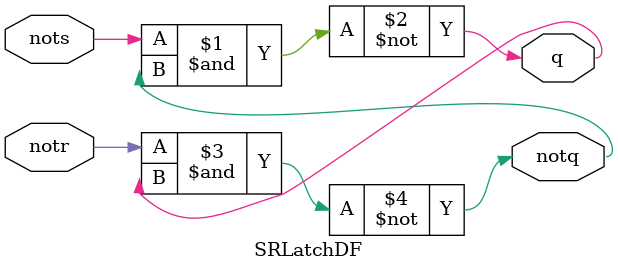
<source format=v>
module SRLatchDF(nots, notr, q, notq);

input nots, notr;
output q, notq;

assign q = ~(nots & notq);
assign notq = ~(notr & q);

endmodule
</source>
